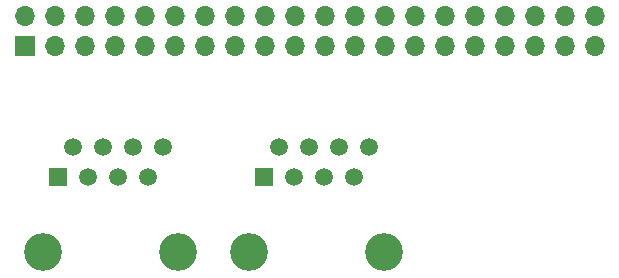
<source format=gbr>
%TF.GenerationSoftware,KiCad,Pcbnew,(5.99.0-12060-g1fa5e43597)*%
%TF.CreationDate,2021-08-23T09:05:39-07:00*%
%TF.ProjectId,uplift_hat,75706c69-6674-45f6-9861-742e6b696361,rev?*%
%TF.SameCoordinates,Original*%
%TF.FileFunction,Soldermask,Bot*%
%TF.FilePolarity,Negative*%
%FSLAX46Y46*%
G04 Gerber Fmt 4.6, Leading zero omitted, Abs format (unit mm)*
G04 Created by KiCad (PCBNEW (5.99.0-12060-g1fa5e43597)) date 2021-08-23 09:05:39*
%MOMM*%
%LPD*%
G01*
G04 APERTURE LIST*
%ADD10C,3.200000*%
%ADD11R,1.500000X1.500000*%
%ADD12C,1.500000*%
%ADD13R,1.700000X1.700000*%
%ADD14O,1.700000X1.700000*%
G04 APERTURE END LIST*
D10*
%TO.C,J2*%
X127447500Y-122250000D03*
X138877500Y-122250000D03*
D11*
X128717500Y-115900000D03*
D12*
X129987500Y-113360000D03*
X131257500Y-115900000D03*
X132527500Y-113360000D03*
X133797500Y-115900000D03*
X135067500Y-113360000D03*
X136337500Y-115900000D03*
X137607500Y-113360000D03*
%TD*%
D10*
%TO.C,J1*%
X121430000Y-122250000D03*
X110000000Y-122250000D03*
D11*
X111270000Y-115900000D03*
D12*
X112540000Y-113360000D03*
X113810000Y-115900000D03*
X115080000Y-113360000D03*
X116350000Y-115900000D03*
X117620000Y-113360000D03*
X118890000Y-115900000D03*
X120160000Y-113360000D03*
%TD*%
D13*
%TO.C,J3*%
X108500000Y-104770000D03*
D14*
X108500000Y-102230000D03*
X111040000Y-104770000D03*
X111040000Y-102230000D03*
X113580000Y-104770000D03*
X113580000Y-102230000D03*
X116120000Y-104770000D03*
X116120000Y-102230000D03*
X118660000Y-104770000D03*
X118660000Y-102230000D03*
X121200000Y-104770000D03*
X121200000Y-102230000D03*
X123740000Y-104770000D03*
X123740000Y-102230000D03*
X126280000Y-104770000D03*
X126280000Y-102230000D03*
X128820000Y-104770000D03*
X128820000Y-102230000D03*
X131360000Y-104770000D03*
X131360000Y-102230000D03*
X133900000Y-104770000D03*
X133900000Y-102230000D03*
X136440000Y-104770000D03*
X136440000Y-102230000D03*
X138980000Y-104770000D03*
X138980000Y-102230000D03*
X141520000Y-104770000D03*
X141520000Y-102230000D03*
X144060000Y-104770000D03*
X144060000Y-102230000D03*
X146600000Y-104770000D03*
X146600000Y-102230000D03*
X149140000Y-104770000D03*
X149140000Y-102230000D03*
X151680000Y-104770000D03*
X151680000Y-102230000D03*
X154220000Y-104770000D03*
X154220000Y-102230000D03*
X156760000Y-104770000D03*
X156760000Y-102230000D03*
%TD*%
M02*

</source>
